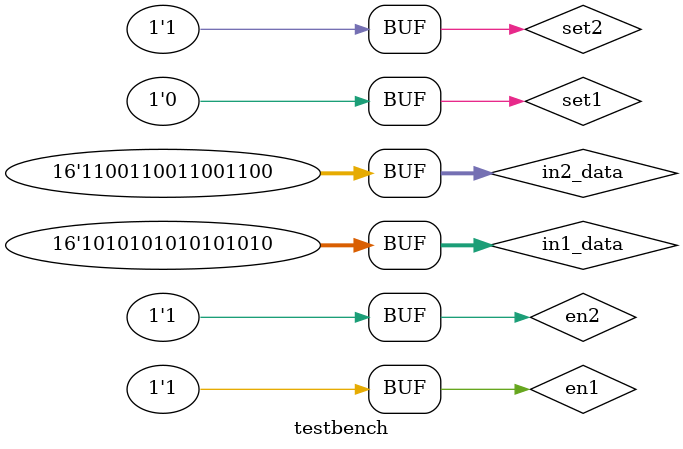
<source format=v>
`include "register.v"
module testbench;
  // Parameters
  parameter WIDTH = 16;

  reg [WIDTH-1:0] in1_data;
  reg [WIDTH-1:0] in2_data;
  reg en1, en2;
  reg set1, set2;
  wire [WIDTH-1:0] out_data;

  register #(WIDTH) dut1 (
    .in(in1_data),
    .en(en1),
    .set(set1),
    .out(out_data)
  );
  register #(WIDTH) dut2 (
    .in(in2_data),
    .en(en2),
    .set(set2),
    .out(out_data)
  );


  initial begin
    // Initialize inputs
    in1_data = 16'b0;
    en1 = 0;
    set1 = 0;

    in2_data = 16'b0;
    en2 = 0;
    set2 = 0;

    #10;
    in1_data = 16'hABCD;
    en1 = 1; 
    set1 = 1; 

    in2_data = 16'b0;
    en2 = 0;
    set2 = 0;

    #10;
    en1 = 0; 
    set1 = 0; 

    en2 = 0;
    set2 = 0;

    #10;

    in1_data = 16'hFFFF;
    en1 = 0;
    set1 = 1;

    in2_data = 16'hCCCC;
    en2 = 1;
    set2 = 1;

    #10;
    in1_data = 16'hAAAA;
    en1 = 1;
    set1 = 0;

    #10;
  end

  // Display results
  initial begin
    $monitor("Time=%0t in1=%h en1=%b set1=%b out=%h \n\tin2=%h en2=%b set2=%b out=%h",
      $time, in1_data, en1, set1, out_data, in2_data, en2, set2, out_data );
  end
endmodule


</source>
